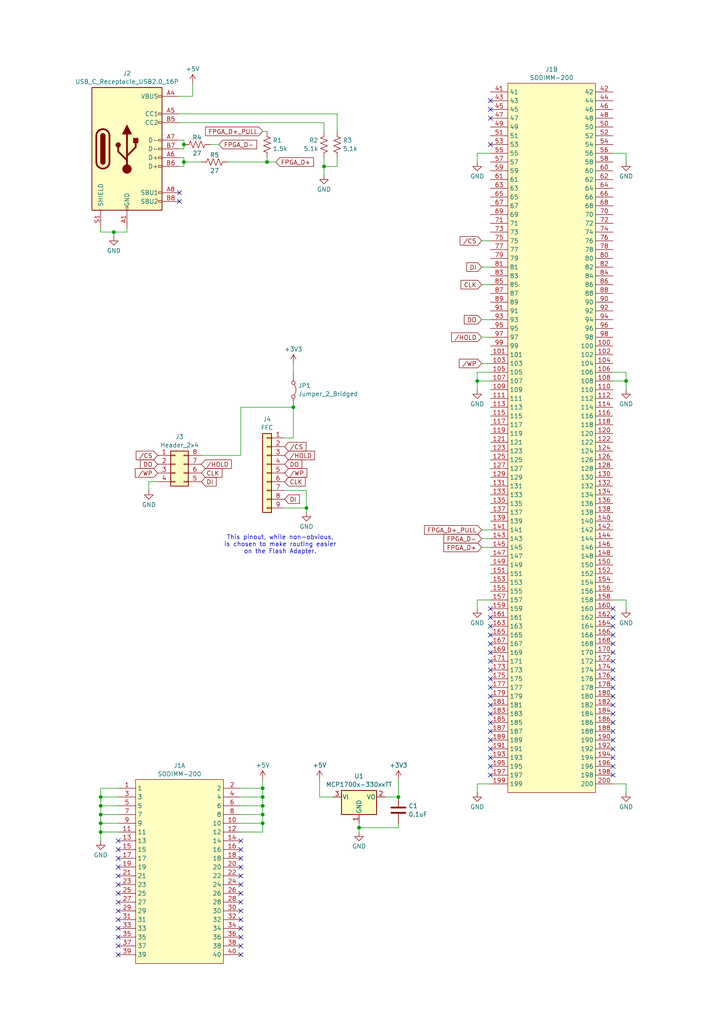
<source format=kicad_sch>
(kicad_sch (version 20250114) (generator "eeschema") (generator_version "9.0")
  (paper "A4" portrait)
  (lib_symbols
    (symbol "Connector:SODIMM-200"
      (property "Reference" "J" (at 0 1.27 0))
      (property "Value" "SODIMM-200" (at 0 -1.27 0))
      (symbol "SODIMM-200_1_1"
        (rectangle (start -12.7 25.4) (end 12.7 -27.94) (fill (type background)))
        (pin passive line (at -17.78 22.86 0) (length 5.08) (name "1") (number "1"))
        (pin passive line (at -17.78 20.32 0) (length 5.08) (name "3") (number "3"))
        (pin passive line (at -17.78 17.78 0) (length 5.08) (name "5") (number "5"))
        (pin passive line (at -17.78 15.24 0) (length 5.08) (name "7") (number "7"))
        (pin passive line (at -17.78 12.7 0) (length 5.08) (name "9") (number "9"))
        (pin passive line (at -17.78 10.16 0) (length 5.08) (name "11") (number "11"))
        (pin passive line (at -17.78 7.62 0) (length 5.08) (name "13") (number "13"))
        (pin passive line (at -17.78 5.08 0) (length 5.08) (name "15") (number "15"))
        (pin passive line (at -17.78 2.54 0) (length 5.08) (name "17") (number "17"))
        (pin passive line (at -17.78 0 0) (length 5.08) (name "19") (number "19"))
        (pin passive line (at -17.78 -2.54 0) (length 5.08) (name "21") (number "21"))
        (pin passive line (at -17.78 -5.08 0) (length 5.08) (name "23") (number "23"))
        (pin passive line (at -17.78 -7.62 0) (length 5.08) (name "25") (number "25"))
        (pin passive line (at -17.78 -10.16 0) (length 5.08) (name "27") (number "27"))
        (pin passive line (at -17.78 -12.7 0) (length 5.08) (name "29") (number "29"))
        (pin passive line (at -17.78 -15.24 0) (length 5.08) (name "31") (number "31"))
        (pin passive line (at -17.78 -17.78 0) (length 5.08) (name "33") (number "33"))
        (pin passive line (at -17.78 -20.32 0) (length 5.08) (name "35") (number "35"))
        (pin passive line (at -17.78 -22.86 0) (length 5.08) (name "37") (number "37"))
        (pin passive line (at -17.78 -25.4 0) (length 5.08) (name "39") (number "39"))
        (pin passive line (at 17.78 22.86 180) (length 5.08) (name "2") (number "2"))
        (pin passive line (at 17.78 20.32 180) (length 5.08) (name "4") (number "4"))
        (pin passive line (at 17.78 17.78 180) (length 5.08) (name "6") (number "6"))
        (pin passive line (at 17.78 15.24 180) (length 5.08) (name "8") (number "8"))
        (pin passive line (at 17.78 12.7 180) (length 5.08) (name "10") (number "10"))
        (pin passive line (at 17.78 10.16 180) (length 5.08) (name "12") (number "12"))
        (pin passive line (at 17.78 7.62 180) (length 5.08) (name "14") (number "14"))
        (pin passive line (at 17.78 5.08 180) (length 5.08) (name "16") (number "16"))
        (pin passive line (at 17.78 2.54 180) (length 5.08) (name "18") (number "18"))
        (pin passive line (at 17.78 0 180) (length 5.08) (name "20") (number "20"))
        (pin passive line (at 17.78 -2.54 180) (length 5.08) (name "22") (number "22"))
        (pin passive line (at 17.78 -5.08 180) (length 5.08) (name "24") (number "24"))
        (pin passive line (at 17.78 -7.62 180) (length 5.08) (name "26") (number "26"))
        (pin passive line (at 17.78 -10.16 180) (length 5.08) (name "28") (number "28"))
        (pin passive line (at 17.78 -12.7 180) (length 5.08) (name "30") (number "30"))
        (pin passive line (at 17.78 -15.24 180) (length 5.08) (name "32") (number "32"))
        (pin passive line (at 17.78 -17.78 180) (length 5.08) (name "34") (number "34"))
        (pin passive line (at 17.78 -20.32 180) (length 5.08) (name "36") (number "36"))
        (pin passive line (at 17.78 -22.86 180) (length 5.08) (name "38") (number "38"))
        (pin passive line (at 17.78 -25.4 180) (length 5.08) (name "40") (number "40"))
      )
      (symbol "SODIMM-200_2_1"
        (rectangle (start -12.7 -104.14) (end 12.7 101.6) (fill (type background)))
        (pin passive line (at -17.78 99.06 0) (length 5.08) (name "41") (number "41"))
        (pin passive line (at -17.78 96.52 0) (length 5.08) (name "43") (number "43"))
        (pin passive line (at -17.78 93.98 0) (length 5.08) (name "45") (number "45"))
        (pin passive line (at -17.78 91.44 0) (length 5.08) (name "47") (number "47"))
        (pin passive line (at -17.78 88.9 0) (length 5.08) (name "49") (number "49"))
        (pin passive line (at -17.78 86.36 0) (length 5.08) (name "51") (number "51"))
        (pin passive line (at -17.78 83.82 0) (length 5.08) (name "53") (number "53"))
        (pin passive line (at -17.78 81.28 0) (length 5.08) (name "55") (number "55"))
        (pin passive line (at -17.78 78.74 0) (length 5.08) (name "57") (number "57"))
        (pin passive line (at -17.78 76.2 0) (length 5.08) (name "59") (number "59"))
        (pin passive line (at -17.78 73.66 0) (length 5.08) (name "61") (number "61"))
        (pin passive line (at -17.78 71.12 0) (length 5.08) (name "63") (number "63"))
        (pin passive line (at -17.78 68.58 0) (length 5.08) (name "65") (number "65"))
        (pin passive line (at -17.78 66.04 0) (length 5.08) (name "67") (number "67"))
        (pin passive line (at -17.78 63.5 0) (length 5.08) (name "69") (number "69"))
        (pin passive line (at -17.78 60.96 0) (length 5.08) (name "71") (number "71"))
        (pin passive line (at -17.78 58.42 0) (length 5.08) (name "73") (number "73"))
        (pin passive line (at -17.78 55.88 0) (length 5.08) (name "75") (number "75"))
        (pin passive line (at -17.78 53.34 0) (length 5.08) (name "77") (number "77"))
        (pin passive line (at -17.78 50.8 0) (length 5.08) (name "79") (number "79"))
        (pin passive line (at -17.78 48.26 0) (length 5.08) (name "81") (number "81"))
        (pin passive line (at -17.78 45.72 0) (length 5.08) (name "83") (number "83"))
        (pin passive line (at -17.78 43.18 0) (length 5.08) (name "85") (number "85"))
        (pin passive line (at -17.78 40.64 0) (length 5.08) (name "87") (number "87"))
        (pin passive line (at -17.78 38.1 0) (length 5.08) (name "89") (number "89"))
        (pin passive line (at -17.78 35.56 0) (length 5.08) (name "91") (number "91"))
        (pin passive line (at -17.78 33.02 0) (length 5.08) (name "93") (number "93"))
        (pin passive line (at -17.78 30.48 0) (length 5.08) (name "95") (number "95"))
        (pin passive line (at -17.78 27.94 0) (length 5.08) (name "97") (number "97"))
        (pin passive line (at -17.78 25.4 0) (length 5.08) (name "99") (number "99"))
        (pin passive line (at -17.78 22.86 0) (length 5.08) (name "101") (number "101"))
        (pin passive line (at -17.78 20.32 0) (length 5.08) (name "103") (number "103"))
        (pin passive line (at -17.78 17.78 0) (length 5.08) (name "105") (number "105"))
        (pin passive line (at -17.78 15.24 0) (length 5.08) (name "107") (number "107"))
        (pin passive line (at -17.78 12.7 0) (length 5.08) (name "109") (number "109"))
        (pin passive line (at -17.78 10.16 0) (length 5.08) (name "111") (number "111"))
        (pin passive line (at -17.78 7.62 0) (length 5.08) (name "113") (number "113"))
        (pin passive line (at -17.78 5.08 0) (length 5.08) (name "115") (number "115"))
        (pin passive line (at -17.78 2.54 0) (length 5.08) (name "117") (number "117"))
        (pin passive line (at -17.78 0 0) (length 5.08) (name "119") (number "119"))
        (pin passive line (at -17.78 -2.54 0) (length 5.08) (name "121") (number "121"))
        (pin passive line (at -17.78 -5.08 0) (length 5.08) (name "123") (number "123"))
        (pin passive line (at -17.78 -7.62 0) (length 5.08) (name "125") (number "125"))
        (pin passive line (at -17.78 -10.16 0) (length 5.08) (name "127") (number "127"))
        (pin passive line (at -17.78 -12.7 0) (length 5.08) (name "129") (number "129"))
        (pin passive line (at -17.78 -15.24 0) (length 5.08) (name "131") (number "131"))
        (pin passive line (at -17.78 -17.78 0) (length 5.08) (name "133") (number "133"))
        (pin passive line (at -17.78 -20.32 0) (length 5.08) (name "135") (number "135"))
        (pin passive line (at -17.78 -22.86 0) (length 5.08) (name "137") (number "137"))
        (pin passive line (at -17.78 -25.4 0) (length 5.08) (name "139") (number "139"))
        (pin passive line (at -17.78 -27.94 0) (length 5.08) (name "141") (number "141"))
        (pin passive line (at -17.78 -30.48 0) (length 5.08) (name "143") (number "143"))
        (pin passive line (at -17.78 -33.02 0) (length 5.08) (name "145") (number "145"))
        (pin passive line (at -17.78 -35.56 0) (length 5.08) (name "147") (number "147"))
        (pin passive line (at -17.78 -38.1 0) (length 5.08) (name "149") (number "149"))
        (pin passive line (at -17.78 -40.64 0) (length 5.08) (name "151") (number "151"))
        (pin passive line (at -17.78 -43.18 0) (length 5.08) (name "153") (number "153"))
        (pin passive line (at -17.78 -45.72 0) (length 5.08) (name "155") (number "155"))
        (pin passive line (at -17.78 -48.26 0) (length 5.08) (name "157") (number "157"))
        (pin passive line (at -17.78 -50.8 0) (length 5.08) (name "159") (number "159"))
        (pin passive line (at -17.78 -53.34 0) (length 5.08) (name "161") (number "161"))
        (pin passive line (at -17.78 -55.88 0) (length 5.08) (name "163") (number "163"))
        (pin passive line (at -17.78 -58.42 0) (length 5.08) (name "165") (number "165"))
        (pin passive line (at -17.78 -60.96 0) (length 5.08) (name "167") (number "167"))
        (pin passive line (at -17.78 -63.5 0) (length 5.08) (name "169") (number "169"))
        (pin passive line (at -17.78 -66.04 0) (length 5.08) (name "171") (number "171"))
        (pin passive line (at -17.78 -68.58 0) (length 5.08) (name "173") (number "173"))
        (pin passive line (at -17.78 -71.12 0) (length 5.08) (name "175") (number "175"))
        (pin passive line (at -17.78 -73.66 0) (length 5.08) (name "177") (number "177"))
        (pin passive line (at -17.78 -76.2 0) (length 5.08) (name "179") (number "179"))
        (pin passive line (at -17.78 -78.74 0) (length 5.08) (name "181") (number "181"))
        (pin passive line (at -17.78 -81.28 0) (length 5.08) (name "183") (number "183"))
        (pin passive line (at -17.78 -83.82 0) (length 5.08) (name "185") (number "185"))
        (pin passive line (at -17.78 -86.36 0) (length 5.08) (name "187") (number "187"))
        (pin passive line (at -17.78 -88.9 0) (length 5.08) (name "189") (number "189"))
        (pin passive line (at -17.78 -91.44 0) (length 5.08) (name "191") (number "191"))
        (pin passive line (at -17.78 -93.98 0) (length 5.08) (name "193") (number "193"))
        (pin passive line (at -17.78 -96.52 0) (length 5.08) (name "195") (number "195"))
        (pin passive line (at -17.78 -99.06 0) (length 5.08) (name "197") (number "197"))
        (pin passive line (at -17.78 -101.6 0) (length 5.08) (name "199") (number "199"))
        (pin passive line (at 17.78 99.06 180) (length 5.08) (name "42") (number "42"))
        (pin passive line (at 17.78 96.52 180) (length 5.08) (name "44") (number "44"))
        (pin passive line (at 17.78 93.98 180) (length 5.08) (name "46") (number "46"))
        (pin passive line (at 17.78 91.44 180) (length 5.08) (name "48") (number "48"))
        (pin passive line (at 17.78 88.9 180) (length 5.08) (name "50") (number "50"))
        (pin passive line (at 17.78 86.36 180) (length 5.08) (name "52") (number "52"))
        (pin passive line (at 17.78 83.82 180) (length 5.08) (name "54") (number "54"))
        (pin passive line (at 17.78 81.28 180) (length 5.08) (name "56") (number "56"))
        (pin passive line (at 17.78 78.74 180) (length 5.08) (name "58") (number "58"))
        (pin passive line (at 17.78 76.2 180) (length 5.08) (name "60") (number "60"))
        (pin passive line (at 17.78 73.66 180) (length 5.08) (name "62") (number "62"))
        (pin passive line (at 17.78 71.12 180) (length 5.08) (name "64") (number "64"))
        (pin passive line (at 17.78 68.58 180) (length 5.08) (name "66") (number "66"))
        (pin passive line (at 17.78 66.04 180) (length 5.08) (name "68") (number "68"))
        (pin passive line (at 17.78 63.5 180) (length 5.08) (name "70") (number "70"))
        (pin passive line (at 17.78 60.96 180) (length 5.08) (name "72") (number "72"))
        (pin passive line (at 17.78 58.42 180) (length 5.08) (name "74") (number "74"))
        (pin passive line (at 17.78 55.88 180) (length 5.08) (name "76") (number "76"))
        (pin passive line (at 17.78 53.34 180) (length 5.08) (name "78") (number "78"))
        (pin passive line (at 17.78 50.8 180) (length 5.08) (name "80") (number "80"))
        (pin passive line (at 17.78 48.26 180) (length 5.08) (name "82") (number "82"))
        (pin passive line (at 17.78 45.72 180) (length 5.08) (name "84") (number "84"))
        (pin passive line (at 17.78 43.18 180) (length 5.08) (name "86") (number "86"))
        (pin passive line (at 17.78 40.64 180) (length 5.08) (name "88") (number "88"))
        (pin passive line (at 17.78 38.1 180) (length 5.08) (name "90") (number "90"))
        (pin passive line (at 17.78 35.56 180) (length 5.08) (name "92") (number "92"))
        (pin passive line (at 17.78 33.02 180) (length 5.08) (name "94") (number "94"))
        (pin passive line (at 17.78 30.48 180) (length 5.08) (name "96") (number "96"))
        (pin passive line (at 17.78 27.94 180) (length 5.08) (name "98") (number "98"))
        (pin passive line (at 17.78 25.4 180) (length 5.08) (name "100") (number "100"))
        (pin passive line (at 17.78 22.86 180) (length 5.08) (name "102") (number "102"))
        (pin passive line (at 17.78 20.32 180) (length 5.08) (name "104") (number "104"))
        (pin passive line (at 17.78 17.78 180) (length 5.08) (name "106") (number "106"))
        (pin passive line (at 17.78 15.24 180) (length 5.08) (name "108") (number "108"))
        (pin passive line (at 17.78 12.7 180) (length 5.08) (name "110") (number "110"))
        (pin passive line (at 17.78 10.16 180) (length 5.08) (name "112") (number "112"))
        (pin passive line (at 17.78 7.62 180) (length 5.08) (name "114") (number "114"))
        (pin passive line (at 17.78 5.08 180) (length 5.08) (name "116") (number "116"))
        (pin passive line (at 17.78 2.54 180) (length 5.08) (name "118") (number "118"))
        (pin passive line (at 17.78 0 180) (length 5.08) (name "120") (number "120"))
        (pin passive line (at 17.78 -2.54 180) (length 5.08) (name "122") (number "122"))
        (pin passive line (at 17.78 -5.08 180) (length 5.08) (name "124") (number "124"))
        (pin passive line (at 17.78 -7.62 180) (length 5.08) (name "126") (number "126"))
        (pin passive line (at 17.78 -10.16 180) (length 5.08) (name "128") (number "128"))
        (pin passive line (at 17.78 -12.7 180) (length 5.08) (name "130") (number "130"))
        (pin passive line (at 17.78 -15.24 180) (length 5.08) (name "132") (number "132"))
        (pin passive line (at 17.78 -17.78 180) (length 5.08) (name "134") (number "134"))
        (pin passive line (at 17.78 -20.32 180) (length 5.08) (name "136") (number "136"))
        (pin passive line (at 17.78 -22.86 180) (length 5.08) (name "138") (number "138"))
        (pin passive line (at 17.78 -25.4 180) (length 5.08) (name "140") (number "140"))
        (pin passive line (at 17.78 -27.94 180) (length 5.08) (name "142") (number "142"))
        (pin passive line (at 17.78 -30.48 180) (length 5.08) (name "144") (number "144"))
        (pin passive line (at 17.78 -33.02 180) (length 5.08) (name "146") (number "146"))
        (pin passive line (at 17.78 -35.56 180) (length 5.08) (name "148") (number "148"))
        (pin passive line (at 17.78 -38.1 180) (length 5.08) (name "150") (number "150"))
        (pin passive line (at 17.78 -40.64 180) (length 5.08) (name "152") (number "152"))
        (pin passive line (at 17.78 -43.18 180) (length 5.08) (name "154") (number "154"))
        (pin passive line (at 17.78 -45.72 180) (length 5.08) (name "156") (number "156"))
        (pin passive line (at 17.78 -48.26 180) (length 5.08) (name "158") (number "158"))
        (pin passive line (at 17.78 -50.8 180) (length 5.08) (name "160") (number "160"))
        (pin passive line (at 17.78 -53.34 180) (length 5.08) (name "162") (number "162"))
        (pin passive line (at 17.78 -55.88 180) (length 5.08) (name "164") (number "164"))
        (pin passive line (at 17.78 -58.42 180) (length 5.08) (name "166") (number "166"))
        (pin passive line (at 17.78 -60.96 180) (length 5.08) (name "168") (number "168"))
        (pin passive line (at 17.78 -63.5 180) (length 5.08) (name "170") (number "170"))
        (pin passive line (at 17.78 -66.04 180) (length 5.08) (name "172") (number "172"))
        (pin passive line (at 17.78 -68.58 180) (length 5.08) (name "174") (number "174"))
        (pin passive line (at 17.78 -71.12 180) (length 5.08) (name "176") (number "176"))
        (pin passive line (at 17.78 -73.66 180) (length 5.08) (name "178") (number "178"))
        (pin passive line (at 17.78 -76.2 180) (length 5.08) (name "180") (number "180"))
        (pin passive line (at 17.78 -78.74 180) (length 5.08) (name "182") (number "182"))
        (pin passive line (at 17.78 -81.28 180) (length 5.08) (name "184") (number "184"))
        (pin passive line (at 17.78 -83.82 180) (length 5.08) (name "186") (number "186"))
        (pin passive line (at 17.78 -86.36 180) (length 5.08) (name "188") (number "188"))
        (pin passive line (at 17.78 -88.9 180) (length 5.08) (name "190") (number "190"))
        (pin passive line (at 17.78 -91.44 180) (length 5.08) (name "192") (number "192"))
        (pin passive line (at 17.78 -93.98 180) (length 5.08) (name "194") (number "194"))
        (pin passive line (at 17.78 -96.52 180) (length 5.08) (name "196") (number "196"))
        (pin passive line (at 17.78 -99.06 180) (length 5.08) (name "198") (number "198"))
        (pin passive line (at 17.78 -101.6 180) (length 5.08) (name "200") (number "200"))
      )
    )
    (symbol "Connector:USB_C_Receptacle_USB2.0_16P" (pin_names (offset 1.016))
      (property "Reference" "J" (at 0 22.225 0))
      (property "Value" "USB_C_Receptacle_USB2.0_16P" (at 0 19.685 0))
      (symbol "USB_C_Receptacle_USB2.0_16P_0_0"
        (rectangle (start -0.254 -17.78) (end 0.254 -16.764))
        (rectangle (start 10.16 15.494) (end 9.144 14.986))
        (rectangle (start 10.16 10.414) (end 9.144 9.906))
        (rectangle (start 10.16 7.874) (end 9.144 7.366))
        (rectangle (start 10.16 2.794) (end 9.144 2.286))
        (rectangle (start 10.16 0.254) (end 9.144 -0.254))
        (rectangle (start 10.16 -2.286) (end 9.144 -2.794))
        (rectangle (start 10.16 -4.826) (end 9.144 -5.334))
        (rectangle (start 10.16 -12.446) (end 9.144 -12.954))
        (rectangle (start 10.16 -14.986) (end 9.144 -15.494))
      )
      (symbol "USB_C_Receptacle_USB2.0_16P_0_1"
        (rectangle (start -10.16 17.78) (end 10.16 -17.78) (stroke (width 0.254)) (fill (type background)))
        (polyline (pts (xy -8.89 -3.81) (xy -8.89 3.81)) (stroke (width 0.508)))
        (rectangle (start -7.62 -3.81) (end -6.35 3.81) (stroke (width 0.254)) (fill (type outline)))
        (arc (start -7.62 3.81) (mid -6.985 4.4423) (end -6.35 3.81) (stroke (width 0.254)))
        (arc (start -7.62 3.81) (mid -6.985 4.4423) (end -6.35 3.81) (stroke (width 0.254)) (fill (type outline)))
        (arc (start -8.89 3.81) (mid -6.985 5.7067) (end -5.08 3.81) (stroke (width 0.508)))
        (arc (start -5.08 -3.81) (mid -6.985 -5.7067) (end -8.89 -3.81) (stroke (width 0.508)))
        (arc (start -6.35 -3.81) (mid -6.985 -4.4423) (end -7.62 -3.81) (stroke (width 0.254)))
        (arc (start -6.35 -3.81) (mid -6.985 -4.4423) (end -7.62 -3.81) (stroke (width 0.254)) (fill (type outline)))
        (polyline (pts (xy -5.08 3.81) (xy -5.08 -3.81)) (stroke (width 0.508)))
        (circle (center -2.54 1.143) (radius 0.635) (stroke (width 0.254)) (fill (type outline)))
        (polyline (pts (xy -1.27 4.318) (xy 0 6.858) (xy 1.27 4.318) (xy -1.27 4.318)) (stroke (width 0.254)) (fill (type outline)))
        (polyline (pts (xy 0 -2.032) (xy 2.54 0.508) (xy 2.54 1.778)) (stroke (width 0.508)))
        (polyline (pts (xy 0 -3.302) (xy -2.54 -0.762) (xy -2.54 0.508)) (stroke (width 0.508)))
        (polyline (pts (xy 0 -5.842) (xy 0 4.318)) (stroke (width 0.508)))
        (circle (center 0 -5.842) (radius 1.27) (fill (type outline)))
        (rectangle (start 1.905 1.778) (end 3.175 3.048) (stroke (width 0.254)) (fill (type outline)))
      )
      (symbol "USB_C_Receptacle_USB2.0_16P_1_1"
        (pin passive line (at -7.62 -22.86 90) (length 5.08) (name "SHIELD") (number "S1"))
        (pin passive line (at 0 -22.86 90) (length 5.08) (name "GND") (number "A1"))
        (pin passive line (at 0 -22.86 90) (length 5.08) (hide yes) (name "GND") (number "A12"))
        (pin passive line (at 0 -22.86 90) (length 5.08) (hide yes) (name "GND") (number "B1"))
        (pin passive line (at 0 -22.86 90) (length 5.08) (hide yes) (name "GND") (number "B12"))
        (pin passive line (at 15.24 15.24 180) (length 5.08) (name "VBUS") (number "A4"))
        (pin passive line (at 15.24 15.24 180) (length 5.08) (hide yes) (name "VBUS") (number "A9"))
        (pin passive line (at 15.24 15.24 180) (length 5.08) (hide yes) (name "VBUS") (number "B4"))
        (pin passive line (at 15.24 15.24 180) (length 5.08) (hide yes) (name "VBUS") (number "B9"))
        (pin bidirectional line (at 15.24 10.16 180) (length 5.08) (name "CC1") (number "A5"))
        (pin bidirectional line (at 15.24 7.62 180) (length 5.08) (name "CC2") (number "B5"))
        (pin bidirectional line (at 15.24 2.54 180) (length 5.08) (name "D-") (number "A7"))
        (pin bidirectional line (at 15.24 0 180) (length 5.08) (name "D-") (number "B7"))
        (pin bidirectional line (at 15.24 -2.54 180) (length 5.08) (name "D+") (number "A6"))
        (pin bidirectional line (at 15.24 -5.08 180) (length 5.08) (name "D+") (number "B6"))
        (pin bidirectional line (at 15.24 -12.7 180) (length 5.08) (name "SBU1") (number "A8"))
        (pin bidirectional line (at 15.24 -15.24 180) (length 5.08) (name "SBU2") (number "B8"))
      )
    )
    (symbol "Connector_Generic:Conn_01x09" (pin_names (offset 1.016) (hide yes))
      (property "Reference" "J" (at 0 12.7 0))
      (property "Value" "Conn_01x09" (at 0 -12.7 0))
      (symbol "Conn_01x09_1_1"
        (rectangle (start -1.27 11.43) (end 1.27 -11.43) (stroke (width 0.254)) (fill (type background)))
        (rectangle (start -1.27 10.287) (end 0 10.033) (stroke (width 0.1524)))
        (rectangle (start -1.27 7.747) (end 0 7.493) (stroke (width 0.1524)))
        (rectangle (start -1.27 5.207) (end 0 4.953) (stroke (width 0.1524)))
        (rectangle (start -1.27 2.667) (end 0 2.413) (stroke (width 0.1524)))
        (rectangle (start -1.27 0.127) (end 0 -0.127) (stroke (width 0.1524)))
        (rectangle (start -1.27 -2.413) (end 0 -2.667) (stroke (width 0.1524)))
        (rectangle (start -1.27 -4.953) (end 0 -5.207) (stroke (width 0.1524)))
        (rectangle (start -1.27 -7.493) (end 0 -7.747) (stroke (width 0.1524)))
        (rectangle (start -1.27 -10.033) (end 0 -10.287) (stroke (width 0.1524)))
        (pin passive line (at -5.08 10.16 0) (length 3.81) (name "Pin_1") (number "1"))
        (pin passive line (at -5.08 7.62 0) (length 3.81) (name "Pin_2") (number "2"))
        (pin passive line (at -5.08 5.08 0) (length 3.81) (name "Pin_3") (number "3"))
        (pin passive line (at -5.08 2.54 0) (length 3.81) (name "Pin_4") (number "4"))
        (pin passive line (at -5.08 0 0) (length 3.81) (name "Pin_5") (number "5"))
        (pin passive line (at -5.08 -2.54 0) (length 3.81) (name "Pin_6") (number "6"))
        (pin passive line (at -5.08 -5.08 0) (length 3.81) (name "Pin_7") (number "7"))
        (pin passive line (at -5.08 -7.62 0) (length 3.81) (name "Pin_8") (number "8"))
        (pin passive line (at -5.08 -10.16 0) (length 3.81) (name "Pin_9") (number "9"))
      )
    )
    (symbol "Connector_Generic:Conn_02x04_Counter_Clockwise" (pin_names (offset 1.016) (hide yes))
      (property "Reference" "J" (at 1.27 5.08 0))
      (property "Value" "Conn_02x04_Counter_Clockwise" (at 1.27 -7.62 0))
      (symbol "Conn_02x04_Counter_Clockwise_1_1"
        (rectangle (start -1.27 3.81) (end 3.81 -6.35) (stroke (width 0.254)) (fill (type background)))
        (rectangle (start -1.27 2.667) (end 0 2.413) (stroke (width 0.1524)))
        (rectangle (start -1.27 0.127) (end 0 -0.127) (stroke (width 0.1524)))
        (rectangle (start -1.27 -2.413) (end 0 -2.667) (stroke (width 0.1524)))
        (rectangle (start -1.27 -4.953) (end 0 -5.207) (stroke (width 0.1524)))
        (rectangle (start 3.81 2.667) (end 2.54 2.413) (stroke (width 0.1524)))
        (rectangle (start 3.81 0.127) (end 2.54 -0.127) (stroke (width 0.1524)))
        (rectangle (start 3.81 -2.413) (end 2.54 -2.667) (stroke (width 0.1524)))
        (rectangle (start 3.81 -4.953) (end 2.54 -5.207) (stroke (width 0.1524)))
        (pin passive line (at -5.08 2.54 0) (length 3.81) (name "Pin_1") (number "1"))
        (pin passive line (at -5.08 0 0) (length 3.81) (name "Pin_2") (number "2"))
        (pin passive line (at -5.08 -2.54 0) (length 3.81) (name "Pin_3") (number "3"))
        (pin passive line (at -5.08 -5.08 0) (length 3.81) (name "Pin_4") (number "4"))
        (pin passive line (at 7.62 2.54 180) (length 3.81) (name "Pin_8") (number "8"))
        (pin passive line (at 7.62 0 180) (length 3.81) (name "Pin_7") (number "7"))
        (pin passive line (at 7.62 -2.54 180) (length 3.81) (name "Pin_6") (number "6"))
        (pin passive line (at 7.62 -5.08 180) (length 3.81) (name "Pin_5") (number "5"))
      )
    )
    (symbol "Device:C" (pin_numbers (hide yes)) (pin_names (offset 0.254))
      (property "Reference" "C" (at 0.635 2.54 0))
      (property "Value" "C" (at 0.635 -2.54 0))
      (symbol "C_0_1"
        (polyline (pts (xy -2.032 0.762) (xy 2.032 0.762)) (stroke (width 0.508)))
        (polyline (pts (xy -2.032 -0.762) (xy 2.032 -0.762)) (stroke (width 0.508)))
      )
      (symbol "C_1_1"
        (pin passive line (at 0 3.81 270) (length 2.794) (name "~") (number "1"))
        (pin passive line (at 0 -3.81 90) (length 2.794) (name "~") (number "2"))
      )
    )
    (symbol "Device:R_US" (pin_numbers (hide yes)) (pin_names (offset 0))
      (property "Reference" "R" (at 2.54 0 90))
      (property "Value" "R_US" (at -2.54 0 90))
      (symbol "R_US_0_1"
        (polyline (pts (xy 0 2.286) (xy 0 2.54)))
        (polyline (pts (xy 0 2.286) (xy 1.016 1.905) (xy 0 1.524) (xy -1.016 1.143) (xy 0 0.762)))
        (polyline (pts (xy 0 0.762) (xy 1.016 0.381) (xy 0 0) (xy -1.016 -0.381) (xy 0 -0.762)))
        (polyline (pts (xy 0 -0.762) (xy 1.016 -1.143) (xy 0 -1.524) (xy -1.016 -1.905) (xy 0 -2.286)))
        (polyline (pts (xy 0 -2.286) (xy 0 -2.54)))
      )
      (symbol "R_US_1_1"
        (pin passive line (at 0 3.81 270) (length 1.27) (name "~") (number "1"))
        (pin passive line (at 0 -3.81 90) (length 1.27) (name "~") (number "2"))
      )
    )
    (symbol "Jumper:Jumper_2_Bridged" (pin_numbers (hide yes)) (pin_names (offset 0) (hide yes))
      (property "Reference" "JP" (at 0 1.905 0))
      (property "Value" "Jumper_2_Bridged" (at 0 -2.54 0))
      (symbol "Jumper_2_Bridged_0_0"
        (circle (center -2.032 0) (radius 0.508))
        (circle (center 2.032 0) (radius 0.508))
      )
      (symbol "Jumper_2_Bridged_0_1"
        (arc (start -1.524 0.254) (mid 0 0.762) (end 1.524 0.254))
      )
      (symbol "Jumper_2_Bridged_1_1"
        (pin passive line (at -5.08 0 0) (length 2.54) (name "A") (number "1"))
        (pin passive line (at 5.08 0 180) (length 2.54) (name "B") (number "2"))
      )
    )
    (symbol "Regulator_Linear:MCP1700x-330xxTT" (pin_names (offset 0.254))
      (property "Reference" "U" (at -3.81 3.175 0))
      (property "Value" "MCP1700x-330xxTT" (at 0 3.175 0))
      (symbol "MCP1700x-330xxTT_0_1"
        (rectangle (start -5.08 1.905) (end 5.08 -5.08) (stroke (width 0.254)) (fill (type background)))
      )
      (symbol "MCP1700x-330xxTT_1_1"
        (pin power_in line (at -7.62 0 0) (length 2.54) (name "VI") (number "3"))
        (pin power_in line (at 0 -7.62 90) (length 2.54) (name "GND") (number "1"))
        (pin power_out line (at 7.62 0 180) (length 2.54) (name "VO") (number "2"))
      )
    )
    (symbol "power:+3V3" (power) (pin_numbers (hide yes)) (pin_names (offset 0) (hide yes))
      (property "Value" "+3V3" (at 0 3.556 0))
      (symbol "+3V3_0_1"
        (polyline (pts (xy -0.762 1.27) (xy 0 2.54)))
        (polyline (pts (xy 0 2.54) (xy 0.762 1.27)))
        (polyline (pts (xy 0 0) (xy 0 2.54)))
      )
      (symbol "+3V3_1_1"
        (pin power_in line (at 0 0 90) (length 0) (name "~") (number "1"))
      )
    )
    (symbol "power:+5V" (power) (pin_numbers (hide yes)) (pin_names (offset 0) (hide yes))
      (property "Value" "+5V" (at 0 3.556 0))
      (symbol "+5V_0_1"
        (polyline (pts (xy -0.762 1.27) (xy 0 2.54)))
        (polyline (pts (xy 0 2.54) (xy 0.762 1.27)))
        (polyline (pts (xy 0 0) (xy 0 2.54)))
      )
      (symbol "+5V_1_1"
        (pin power_in line (at 0 0 90) (length 0) (name "~") (number "1"))
      )
    )
    (symbol "power:GND" (power) (pin_numbers (hide yes)) (pin_names (offset 0) (hide yes))
      (property "Value" "GND" (at 0 -3.81 0))
      (symbol "GND_0_1"
        (polyline (pts (xy 0 0) (xy 0 -1.27) (xy 1.27 -1.27) (xy 0 -2.54) (xy -1.27 -1.27) (xy 0 -1.27)))
      )
      (symbol "GND_1_1"
        (pin power_in line (at 0 0 270) (length 0) (name "~") (number "1"))
      )
    )
  )
  (text "This pinout, while non-obvious,\nis chosen to make routing easier\non the Flash Adapter." (at 81.28 157.988 0) (effects (font (size 1.27 1.27))))
  (junction (at 29.21 231.14))
  (junction (at 88.9 147.32))
  (junction (at 76.2 233.68))
  (junction (at 76.2 236.22))
  (junction (at 77.47 46.99))
  (junction (at 29.21 241.3))
  (junction (at 104.14 240.03))
  (junction (at 53.34 46.99))
  (junction (at 115.57 231.14))
  (junction (at 181.61 110.49))
  (junction (at 93.98 48.26))
  (junction (at 29.21 236.22))
  (junction (at 76.2 228.6))
  (junction (at 33.02 67.31))
  (junction (at 76.2 238.76))
  (junction (at 85.09 118.11))
  (junction (at 138.43 110.49))
  (junction (at 29.21 238.76))
  (junction (at 53.34 41.91))
  (junction (at 29.21 233.68))
  (junction (at 76.2 231.14))
  (no_connect (at 142.24 176.53))
  (no_connect (at 177.8 212.09))
  (no_connect (at 177.8 201.93))
  (no_connect (at 142.24 194.31))
  (no_connect (at 34.29 276.86))
  (no_connect (at 69.85 243.84))
  (no_connect (at 142.24 196.85))
  (no_connect (at 177.8 179.07))
  (no_connect (at 34.29 266.7))
  (no_connect (at 177.8 207.01))
  (no_connect (at 142.24 186.69))
  (no_connect (at 34.29 251.46))
  (no_connect (at 177.8 181.61))
  (no_connect (at 177.8 199.39))
  (no_connect (at 177.8 191.77))
  (no_connect (at 34.29 259.08))
  (no_connect (at 177.8 209.55))
  (no_connect (at 34.29 261.62))
  (no_connect (at 34.29 274.32))
  (no_connect (at 177.8 186.69))
  (no_connect (at 34.29 254))
  (no_connect (at 177.8 189.23))
  (no_connect (at 69.85 248.92))
  (no_connect (at 34.29 243.84))
  (no_connect (at 142.24 217.17))
  (no_connect (at 177.8 214.63))
  (no_connect (at 142.24 191.77))
  (no_connect (at 69.85 266.7))
  (no_connect (at 69.85 271.78))
  (no_connect (at 142.24 41.91))
  (no_connect (at 142.24 184.15))
  (no_connect (at 34.29 256.54))
  (no_connect (at 142.24 201.93))
  (no_connect (at 34.29 264.16))
  (no_connect (at 142.24 224.79))
  (no_connect (at 142.24 214.63))
  (no_connect (at 177.8 224.79))
  (no_connect (at 142.24 179.07))
  (no_connect (at 142.24 189.23))
  (no_connect (at 69.85 254))
  (no_connect (at 142.24 212.09))
  (no_connect (at 34.29 248.92))
  (no_connect (at 142.24 34.29))
  (no_connect (at 34.29 246.38))
  (no_connect (at 142.24 204.47))
  (no_connect (at 142.24 207.01))
  (no_connect (at 52.07 58.42))
  (no_connect (at 69.85 276.86))
  (no_connect (at 34.29 271.78))
  (no_connect (at 177.8 222.25))
  (no_connect (at 177.8 184.15))
  (no_connect (at 142.24 209.55))
  (no_connect (at 69.85 264.16))
  (no_connect (at 142.24 199.39))
  (no_connect (at 69.85 269.24))
  (no_connect (at 177.8 204.47))
  (no_connect (at 142.24 219.71))
  (no_connect (at 69.85 259.08))
  (no_connect (at 177.8 219.71))
  (no_connect (at 69.85 274.32))
  (no_connect (at 142.24 222.25))
  (no_connect (at 69.85 261.62))
  (no_connect (at 177.8 194.31))
  (no_connect (at 177.8 217.17))
  (no_connect (at 142.24 181.61))
  (no_connect (at 69.85 256.54))
  (no_connect (at 142.24 29.21))
  (no_connect (at 69.85 251.46))
  (no_connect (at 52.07 55.88))
  (no_connect (at 142.24 31.75))
  (no_connect (at 69.85 246.38))
  (no_connect (at 177.8 196.85))
  (no_connect (at 34.29 269.24))
  (no_connect (at 177.8 176.53))
  (wire (pts (xy 76.2 238.76) (xy 76.2 236.22)))
  (wire (pts (xy 29.21 238.76) (xy 34.29 238.76)))
  (wire (pts (xy 29.21 236.22) (xy 34.29 236.22)))
  (wire (pts (xy 181.61 107.95) (xy 181.61 110.49)))
  (wire (pts (xy 88.9 148.59) (xy 88.9 147.32)))
  (wire (pts (xy 43.18 142.24) (xy 43.18 139.7)))
  (wire (pts (xy 139.7 92.71) (xy 142.24 92.71)))
  (wire (pts (xy 33.02 68.58) (xy 33.02 67.31)))
  (wire (pts (xy 76.2 38.1) (xy 77.47 38.1)))
  (wire (pts (xy 69.85 228.6) (xy 76.2 228.6)))
  (wire (pts (xy 43.18 139.7) (xy 45.72 139.7)))
  (wire (pts (xy 181.61 173.99) (xy 177.8 173.99)))
  (wire (pts (xy 53.34 40.64) (xy 53.34 41.91)))
  (wire (pts (xy 115.57 240.03) (xy 115.57 238.76)))
  (wire (pts (xy 104.14 240.03) (xy 115.57 240.03)))
  (wire (pts (xy 177.8 107.95) (xy 181.61 107.95)))
  (wire (pts (xy 138.43 44.45) (xy 142.24 44.45)))
  (wire (pts (xy 29.21 67.31) (xy 29.21 66.04)))
  (wire (pts (xy 138.43 110.49) (xy 138.43 107.95)))
  (wire (pts (xy 52.07 45.72) (xy 53.34 45.72)))
  (wire (pts (xy 115.57 226.06) (xy 115.57 231.14)))
  (wire (pts (xy 29.21 231.14) (xy 34.29 231.14)))
  (wire (pts (xy 104.14 240.03) (xy 104.14 238.76)))
  (wire (pts (xy 77.47 46.99) (xy 80.01 46.99)))
  (wire (pts (xy 76.2 238.76) (xy 69.85 238.76)))
  (wire (pts (xy 139.7 69.85) (xy 142.24 69.85)))
  (wire (pts (xy 181.61 46.99) (xy 181.61 44.45)))
  (wire (pts (xy 55.88 27.94) (xy 52.07 27.94)))
  (wire (pts (xy 138.43 113.03) (xy 138.43 110.49)))
  (wire (pts (xy 181.61 113.03) (xy 181.61 110.49)))
  (wire (pts (xy 53.34 41.91) (xy 53.34 43.18)))
  (wire (pts (xy 93.98 48.26) (xy 97.79 48.26)))
  (wire (pts (xy 139.7 82.55) (xy 142.24 82.55)))
  (wire (pts (xy 139.7 158.75) (xy 142.24 158.75)))
  (wire (pts (xy 69.85 132.08) (xy 58.42 132.08)))
  (wire (pts (xy 85.09 105.41) (xy 85.09 107.95)))
  (wire (pts (xy 92.71 226.06) (xy 92.71 231.14)))
  (wire (pts (xy 66.04 46.99) (xy 77.47 46.99)))
  (wire (pts (xy 93.98 50.8) (xy 93.98 48.26)))
  (wire (pts (xy 76.2 236.22) (xy 69.85 236.22)))
  (wire (pts (xy 55.88 24.13) (xy 55.88 27.94)))
  (wire (pts (xy 53.34 46.99) (xy 53.34 48.26)))
  (wire (pts (xy 93.98 35.56) (xy 93.98 38.1)))
  (wire (pts (xy 76.2 233.68) (xy 76.2 236.22)))
  (wire (pts (xy 69.85 241.3) (xy 76.2 241.3)))
  (wire (pts (xy 97.79 38.1) (xy 97.79 33.02)))
  (wire (pts (xy 138.43 229.87) (xy 138.43 227.33)))
  (wire (pts (xy 29.21 241.3) (xy 29.21 238.76)))
  (wire (pts (xy 60.96 41.91) (xy 63.5 41.91)))
  (wire (pts (xy 85.09 127) (xy 82.55 127)))
  (wire (pts (xy 82.55 142.24) (xy 88.9 142.24)))
  (wire (pts (xy 52.07 43.18) (xy 53.34 43.18)))
  (wire (pts (xy 29.21 233.68) (xy 29.21 231.14)))
  (wire (pts (xy 76.2 226.06) (xy 76.2 228.6)))
  (wire (pts (xy 29.21 238.76) (xy 29.21 236.22)))
  (wire (pts (xy 177.8 110.49) (xy 181.61 110.49)))
  (wire (pts (xy 29.21 236.22) (xy 29.21 233.68)))
  (wire (pts (xy 53.34 46.99) (xy 58.42 46.99)))
  (wire (pts (xy 138.43 227.33) (xy 142.24 227.33)))
  (wire (pts (xy 76.2 241.3) (xy 76.2 238.76)))
  (wire (pts (xy 97.79 33.02) (xy 52.07 33.02)))
  (wire (pts (xy 138.43 173.99) (xy 142.24 173.99)))
  (wire (pts (xy 85.09 127) (xy 85.09 118.11)))
  (wire (pts (xy 138.43 110.49) (xy 142.24 110.49)))
  (wire (pts (xy 29.21 228.6) (xy 34.29 228.6)))
  (wire (pts (xy 139.7 97.79) (xy 142.24 97.79)))
  (wire (pts (xy 29.21 231.14) (xy 29.21 228.6)))
  (wire (pts (xy 36.83 66.04) (xy 36.83 67.31)))
  (wire (pts (xy 115.57 231.14) (xy 111.76 231.14)))
  (wire (pts (xy 181.61 229.87) (xy 181.61 227.33)))
  (wire (pts (xy 34.29 241.3) (xy 29.21 241.3)))
  (wire (pts (xy 181.61 44.45) (xy 177.8 44.45)))
  (wire (pts (xy 104.14 240.03) (xy 104.14 241.3)))
  (wire (pts (xy 139.7 105.41) (xy 142.24 105.41)))
  (wire (pts (xy 33.02 67.31) (xy 36.83 67.31)))
  (wire (pts (xy 88.9 142.24) (xy 88.9 147.32)))
  (wire (pts (xy 93.98 45.72) (xy 93.98 48.26)))
  (wire (pts (xy 138.43 46.99) (xy 138.43 44.45)))
  (wire (pts (xy 69.85 231.14) (xy 76.2 231.14)))
  (wire (pts (xy 97.79 48.26) (xy 97.79 45.72)))
  (wire (pts (xy 177.8 227.33) (xy 181.61 227.33)))
  (wire (pts (xy 69.85 118.11) (xy 69.85 132.08)))
  (wire (pts (xy 29.21 241.3) (xy 29.21 243.84)))
  (wire (pts (xy 181.61 176.53) (xy 181.61 173.99)))
  (wire (pts (xy 138.43 176.53) (xy 138.43 173.99)))
  (wire (pts (xy 76.2 228.6) (xy 76.2 231.14)))
  (wire (pts (xy 52.07 35.56) (xy 93.98 35.56)))
  (wire (pts (xy 52.07 48.26) (xy 53.34 48.26)))
  (wire (pts (xy 139.7 153.67) (xy 142.24 153.67)))
  (wire (pts (xy 69.85 233.68) (xy 76.2 233.68)))
  (wire (pts (xy 77.47 45.72) (xy 77.47 46.99)))
  (wire (pts (xy 138.43 107.95) (xy 142.24 107.95)))
  (wire (pts (xy 52.07 40.64) (xy 53.34 40.64)))
  (wire (pts (xy 29.21 233.68) (xy 34.29 233.68)))
  (wire (pts (xy 53.34 45.72) (xy 53.34 46.99)))
  (wire (pts (xy 92.71 231.14) (xy 96.52 231.14)))
  (wire (pts (xy 82.55 147.32) (xy 88.9 147.32)))
  (wire (pts (xy 139.7 156.21) (xy 142.24 156.21)))
  (wire (pts (xy 139.7 77.47) (xy 142.24 77.47)))
  (wire (pts (xy 33.02 67.31) (xy 29.21 67.31)))
  (wire (pts (xy 76.2 231.14) (xy 76.2 233.68)))
  (wire (pts (xy 85.09 118.11) (xy 69.85 118.11)))
  (global_label "FPGA_D-" (shape input) (at 139.7 156.21 180) (property "Intersheetrefs" "${INTERSHEET_REFS}" (effects (hide yes))))
  (global_label "FPGA_D+" (shape input) (at 80.01 46.99 0) (property "Intersheetrefs" "${INTERSHEET_REFS}" (effects (hide yes))))
  (global_label "CLK" (shape input) (at 82.55 139.7 0) (property "Intersheetrefs" "${INTERSHEET_REFS}" (effects (hide yes))))
  (global_label "DI" (shape input) (at 58.42 139.7 0) (property "Intersheetrefs" "${INTERSHEET_REFS}" (effects (hide yes))))
  (global_label "{slash}CS" (shape input) (at 139.7 69.85 180) (property "Intersheetrefs" "${INTERSHEET_REFS}" (effects (hide yes))))
  (global_label "FPGA_D-" (shape input) (at 63.5 41.91 0) (property "Intersheetrefs" "${INTERSHEET_REFS}" (effects (hide yes))))
  (global_label "FPGA_D+_PULL" (shape input) (at 76.2 38.1 180) (property "Intersheetrefs" "${INTERSHEET_REFS}" (effects (hide yes))))
  (global_label "{slash}HOLD" (shape input) (at 82.55 132.08 0) (property "Intersheetrefs" "${INTERSHEET_REFS}" (effects (hide yes))))
  (global_label "{slash}CS" (shape input) (at 45.72 132.08 180) (property "Intersheetrefs" "${INTERSHEET_REFS}" (effects (hide yes))))
  (global_label "{slash}HOLD" (shape input) (at 139.7 97.79 180) (property "Intersheetrefs" "${INTERSHEET_REFS}" (effects (hide yes))))
  (global_label "DI" (shape input) (at 139.7 77.47 180) (property "Intersheetrefs" "${INTERSHEET_REFS}" (effects (hide yes))))
  (global_label "DO" (shape input) (at 139.7 92.71 180) (property "Intersheetrefs" "${INTERSHEET_REFS}" (effects (hide yes))))
  (global_label "DO" (shape input) (at 45.72 134.62 180) (property "Intersheetrefs" "${INTERSHEET_REFS}" (effects (hide yes))))
  (global_label "CLK" (shape input) (at 139.7 82.55 180) (property "Intersheetrefs" "${INTERSHEET_REFS}" (effects (hide yes))))
  (global_label "DO" (shape input) (at 82.55 134.62 0) (property "Intersheetrefs" "${INTERSHEET_REFS}" (effects (hide yes))))
  (global_label "DI" (shape input) (at 82.55 144.78 0) (property "Intersheetrefs" "${INTERSHEET_REFS}" (effects (hide yes))))
  (global_label "{slash}HOLD" (shape input) (at 58.42 134.62 0) (property "Intersheetrefs" "${INTERSHEET_REFS}" (effects (hide yes))))
  (global_label "FPGA_D+" (shape input) (at 139.7 158.75 180) (property "Intersheetrefs" "${INTERSHEET_REFS}" (effects (hide yes))))
  (global_label "{slash}CS" (shape input) (at 82.55 129.54 0) (property "Intersheetrefs" "${INTERSHEET_REFS}" (effects (hide yes))))
  (global_label "{slash}WP" (shape input) (at 82.55 137.16 0) (property "Intersheetrefs" "${INTERSHEET_REFS}" (effects (hide yes))))
  (global_label "{slash}WP" (shape input) (at 45.72 137.16 180) (property "Intersheetrefs" "${INTERSHEET_REFS}" (effects (hide yes))))
  (global_label "CLK" (shape input) (at 58.42 137.16 0) (property "Intersheetrefs" "${INTERSHEET_REFS}" (effects (hide yes))))
  (global_label "{slash}WP" (shape input) (at 139.7 105.41 180) (property "Intersheetrefs" "${INTERSHEET_REFS}" (effects (hide yes))))
  (global_label "FPGA_D+_PULL" (shape input) (at 139.7 153.67 180) (property "Intersheetrefs" "${INTERSHEET_REFS}" (effects (hide yes))))
  (symbol (lib_id "power:GND") (at 181.61 229.87 0) (mirror y) (unit 1)
    (property "Reference" "#PWR04" (effects (hide yes)))
    (property "Value" "GND" (at 181.61 234.0031 0))
    (property "Description" "Power symbol creates a global label with name \"GND\" , ground" (effects (hide yes)))
  )
  (symbol (lib_id "power:GND") (at 88.9 148.59 0) (unit 1)
    (property "Reference" "#PWR020" (effects (hide yes)))
    (property "Value" "GND" (at 88.9 152.7231 0))
    (property "Description" "Power symbol creates a global label with name \"GND\" , ground" (effects (hide yes)))
  )
  (symbol (lib_id "power:GND") (at 181.61 46.99 0) (mirror y) (unit 1)
    (property "Reference" "#PWR010" (effects (hide yes)))
    (property "Value" "GND" (at 181.61 51.1231 0))
    (property "Description" "Power symbol creates a global label with name \"GND\" , ground" (effects (hide yes)))
  )
  (symbol (lib_id "power:GND") (at 138.43 229.87 0) (unit 1)
    (property "Reference" "#PWR03" (effects (hide yes)))
    (property "Value" "GND" (at 138.43 234.0031 0))
    (property "Description" "Power symbol creates a global label with name \"GND\" , ground" (effects (hide yes)))
  )
  (symbol (lib_id "Connector:SODIMM-200") (at 160.02 125.73 0) (unit 2)
    (property "Reference" "J1" (at 160.02 20.1125 0))
    (property "Value" "SODIMM-200" (at 160.02 22.5368 0))
    (property "Footprint" "flashkeeper:TE_DDR2-SODIMM-200_1565918-4" (effects (hide yes)))
    (property "Description" "SODIMM 200 Pin socket" (effects (hide yes)))
  )
  (symbol (lib_id "Connector_Generic:Conn_01x09") (at 77.47 137.16 0) (mirror y) (unit 1)
    (property "Reference" "J4" (at 77.47 121.5855 0))
    (property "Value" "FFC" (at 77.47 124.0098 0))
    (property "Footprint" "flashkeeper:TE_2328702-8" (effects (hide yes)))
    (property "Description" "Generic connector, single row, 01x09, script generated (kicad-library-utils/schlib/autogen/connector/)" (effects (hide yes)))
  )
  (symbol (lib_id "power:+3V3") (at 85.09 105.41 0) (unit 1)
    (property "Reference" "#PWR018" (effects (hide yes)))
    (property "Value" "+3V3" (at 85.09 101.2769 0))
    (property "Description" "Power symbol creates a global label with name \"+3V3\"" (effects (hide yes)))
  )
  (symbol (lib_id "Jumper:Jumper_2_Bridged") (at 85.09 113.03 270) (unit 1)
    (property "Reference" "JP1" (at 86.487 111.8178 90) (effects (justify left)))
    (property "Value" "Jumper_2_Bridged" (at 86.487 114.2421 90) (effects (justify left)))
    (property "Footprint" "Connector_PinHeader_2.54mm:PinHeader_1x02_P2.54mm_Vertical" (effects (hide yes)))
    (property "Description" "Jumper, 2-pole, closed/bridged" (effects (hide yes)))
  )
  (symbol (lib_id "Device:R_US") (at 93.98 41.91 0) (mirror y) (unit 1)
    (property "Reference" "R2" (at 92.329 40.6978 0) (effects (justify left)))
    (property "Value" "5.1k" (at 92.329 43.1221 0) (effects (justify left)))
    (property "Footprint" "Resistor_SMD:R_0805_2012Metric" (effects (hide yes)))
    (property "Description" "Resistor, US symbol" (effects (hide yes)))
  )
  (symbol (lib_id "power:GND") (at 43.18 142.24 0) (unit 1)
    (property "Reference" "#PWR017" (effects (hide yes)))
    (property "Value" "GND" (at 43.18 146.3731 0))
    (property "Description" "Power symbol creates a global label with name \"GND\" , ground" (effects (hide yes)))
  )
  (symbol (lib_id "power:GND") (at 181.61 176.53 0) (mirror y) (unit 1)
    (property "Reference" "#PWR06" (effects (hide yes)))
    (property "Value" "GND" (at 181.61 180.6631 0))
    (property "Description" "Power symbol creates a global label with name \"GND\" , ground" (effects (hide yes)))
  )
  (symbol (lib_id "Device:R_US") (at 77.47 41.91 0) (unit 1)
    (property "Reference" "R1" (at 79.121 40.6978 0) (effects (justify left)))
    (property "Value" "1.5k" (at 79.121 43.1221 0) (effects (justify left)))
    (property "Footprint" "Resistor_SMD:R_0805_2012Metric" (effects (hide yes)))
    (property "Description" "Resistor, US symbol" (effects (hide yes)))
  )
  (symbol (lib_id "power:GND") (at 29.21 243.84 0) (unit 1)
    (property "Reference" "#PWR01" (effects (hide yes)))
    (property "Value" "GND" (at 29.21 247.9731 0))
    (property "Description" "Power symbol creates a global label with name \"GND\" , ground" (effects (hide yes)))
  )
  (symbol (lib_id "power:+5V") (at 55.88 24.13 0) (unit 1)
    (property "Reference" "#PWR012" (effects (hide yes)))
    (property "Value" "+5V" (at 55.88 19.9969 0))
    (property "Description" "Power symbol creates a global label with name \"+5V\"" (effects (hide yes)))
  )
  (symbol (lib_id "Regulator_Linear:MCP1700x-330xxTT") (at 104.14 231.14 0) (unit 1)
    (property "Reference" "U1" (at 104.14 225.0905 0))
    (property "Value" "MCP1700x-330xxTT" (at 104.14 227.5148 0))
    (property "Footprint" "Package_TO_SOT_SMD:SOT-23" (effects (hide yes)))
    (property "Datasheet" "http://ww1.microchip.com/downloads/en/DeviceDoc/20001826D.pdf" (effects (hide yes)))
    (property "Description" "250mA Low Quiscent Current LDO, 3.3V output, SOT-23" (effects (hide yes)))
  )
  (symbol (lib_id "power:GND") (at 138.43 176.53 0) (unit 1)
    (property "Reference" "#PWR05" (effects (hide yes)))
    (property "Value" "GND" (at 138.43 180.6631 0))
    (property "Description" "Power symbol creates a global label with name \"GND\" , ground" (effects (hide yes)))
  )
  (symbol (lib_id "power:+3V3") (at 115.57 226.06 0) (unit 1)
    (property "Reference" "#PWR016" (effects (hide yes)))
    (property "Value" "+3V3" (at 115.57 221.9269 0))
    (property "Description" "Power symbol creates a global label with name \"+3V3\"" (effects (hide yes)))
  )
  (symbol (lib_id "Connector:USB_C_Receptacle_USB2.0_16P") (at 36.83 43.18 0) (unit 1)
    (property "Reference" "J2" (at 36.83 21.2555 0))
    (property "Value" "USB_C_Receptacle_USB2.0_16P" (at 36.83 23.6798 0))
    (property "Footprint" "flashkeeper:USB4215-03-A" (effects (hide yes)))
    (property "Datasheet" "https://www.usb.org/sites/default/files/documents/usb_type-c.zip" (effects (hide yes)))
    (property "Description" "USB 2.0-only 16P Type-C Receptacle connector" (effects (hide yes)))
  )
  (symbol (lib_id "power:GND") (at 138.43 46.99 0) (unit 1)
    (property "Reference" "#PWR09" (effects (hide yes)))
    (property "Value" "GND" (at 138.43 51.1231 0))
    (property "Description" "Power symbol creates a global label with name \"GND\" , ground" (effects (hide yes)))
  )
  (symbol (lib_id "power:GND") (at 181.61 113.03 0) (mirror y) (unit 1)
    (property "Reference" "#PWR08" (effects (hide yes)))
    (property "Value" "GND" (at 181.61 117.1631 0))
    (property "Description" "Power symbol creates a global label with name \"GND\" , ground" (effects (hide yes)))
  )
  (symbol (lib_id "Device:R_US") (at 97.79 41.91 0) (unit 1)
    (property "Reference" "R3" (at 99.441 40.6978 0) (effects (justify left)))
    (property "Value" "5.1k" (at 99.441 43.1221 0) (effects (justify left)))
    (property "Footprint" "Resistor_SMD:R_0805_2012Metric" (effects (hide yes)))
    (property "Description" "Resistor, US symbol" (effects (hide yes)))
  )
  (symbol (lib_id "power:+5V") (at 92.71 226.06 0) (unit 1)
    (property "Reference" "#PWR014" (effects (hide yes)))
    (property "Value" "+5V" (at 92.71 221.9269 0))
    (property "Description" "Power symbol creates a global label with name \"+5V\"" (effects (hide yes)))
  )
  (symbol (lib_id "power:GND") (at 104.14 241.3 0) (unit 1)
    (property "Reference" "#PWR015" (effects (hide yes)))
    (property "Value" "GND" (at 104.14 245.4331 0))
    (property "Description" "Power symbol creates a global label with name \"GND\" , ground" (effects (hide yes)))
  )
  (symbol (lib_id "power:GND") (at 33.02 68.58 0) (unit 1)
    (property "Reference" "#PWR011" (effects (hide yes)))
    (property "Value" "GND" (at 33.02 72.7131 0))
    (property "Description" "Power symbol creates a global label with name \"GND\" , ground" (effects (hide yes)))
  )
  (symbol (lib_id "Device:C") (at 115.57 234.95 0) (unit 1)
    (property "Reference" "C1" (at 118.491 233.7378 0) (effects (justify left)))
    (property "Value" "0.1uF" (at 118.491 236.1621 0) (effects (justify left)))
    (property "Footprint" "Capacitor_SMD:C_0805_2012Metric" (effects (hide yes)))
    (property "Description" "Unpolarized capacitor" (effects (hide yes)))
  )
  (symbol (lib_id "Connector_Generic:Conn_02x04_Counter_Clockwise") (at 50.8 134.62 0) (unit 1)
    (property "Reference" "J3" (at 52.07 126.6655 0))
    (property "Value" "Header_2x4" (at 52.07 129.0898 0))
    (property "Footprint" "Connector_PinHeader_2.54mm:PinHeader_2x04_P2.54mm_Vertical" (effects (hide yes)))
    (property "Description" "Generic connector, double row, 02x04, counter clockwise pin numbering scheme (similar to DIP package numbering), script generated (kicad-library-utils/schlib/autogen/connector/)" (effects (hide yes)))
  )
  (symbol (lib_id "power:GND") (at 138.43 113.03 0) (unit 1)
    (property "Reference" "#PWR07" (effects (hide yes)))
    (property "Value" "GND" (at 138.43 117.1631 0))
    (property "Description" "Power symbol creates a global label with name \"GND\" , ground" (effects (hide yes)))
  )
  (symbol (lib_id "Device:R_US") (at 62.23 46.99 270) (unit 1)
    (property "Reference" "R5" (at 62.23 44.958 90))
    (property "Value" "27" (at 62.23 49.53 90))
    (property "Footprint" "Resistor_SMD:R_0805_2012Metric" (effects (hide yes)))
    (property "Description" "Resistor, US symbol" (effects (hide yes)))
  )
  (symbol (lib_id "power:+5V") (at 76.2 226.06 0) (unit 1)
    (property "Reference" "#PWR02" (effects (hide yes)))
    (property "Value" "+5V" (at 76.2 221.9269 0))
    (property "Description" "Power symbol creates a global label with name \"+5V\"" (effects (hide yes)))
  )
  (symbol (lib_id "Connector:SODIMM-200") (at 52.07 251.46 0) (unit 1)
    (property "Reference" "J1" (at 52.07 222.0425 0))
    (property "Value" "SODIMM-200" (at 52.07 224.4668 0))
    (property "Footprint" "flashkeeper:TE_DDR2-SODIMM-200_1565918-4" (effects (hide yes)))
    (property "Description" "SODIMM 200 Pin socket" (effects (hide yes)))
  )
  (symbol (lib_id "Device:R_US") (at 57.15 41.91 270) (unit 1)
    (property "Reference" "R4" (at 57.15 39.878 90))
    (property "Value" "27" (at 57.15 44.45 90))
    (property "Footprint" "Resistor_SMD:R_0805_2012Metric" (effects (hide yes)))
    (property "Description" "Resistor, US symbol" (effects (hide yes)))
  )
  (symbol (lib_id "power:GND") (at 93.98 50.8 0) (unit 1)
    (property "Reference" "#PWR013" (effects (hide yes)))
    (property "Value" "GND" (at 93.98 54.9331 0))
    (property "Description" "Power symbol creates a global label with name \"GND\" , ground" (effects (hide yes)))
  )
)
</source>
